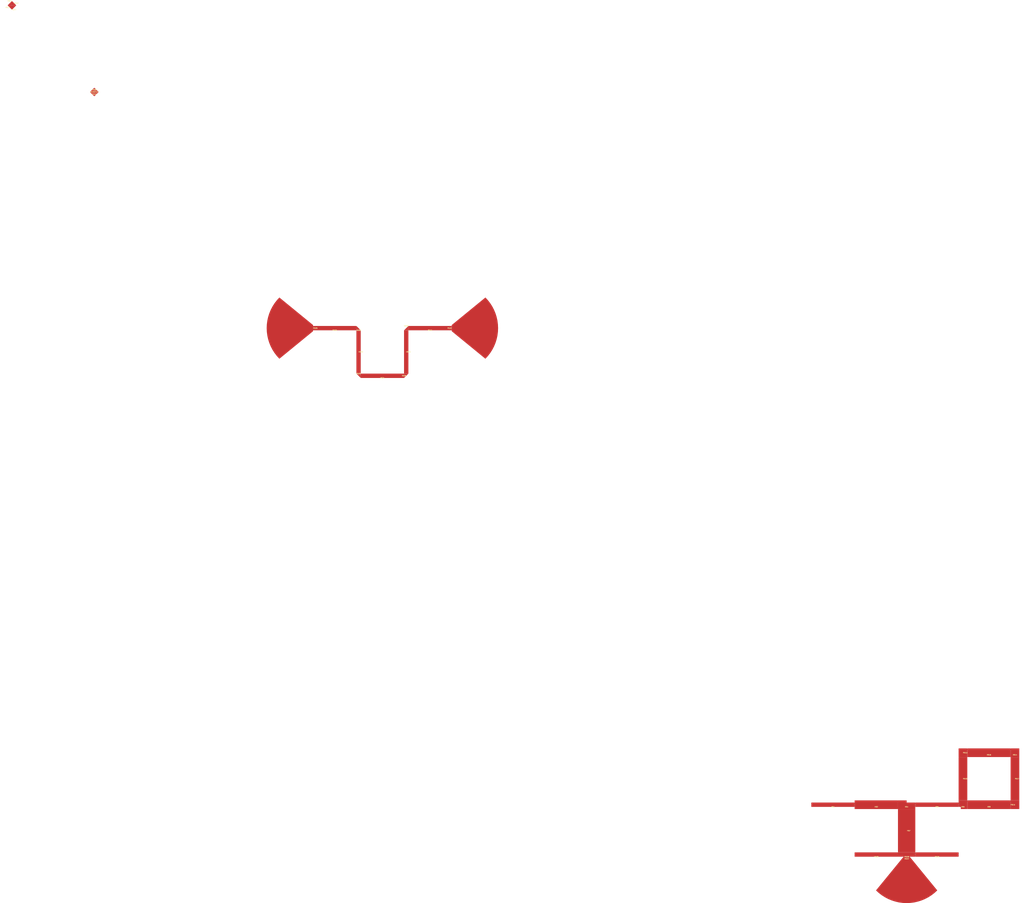
<source format=kicad_pcb>
(kicad_pcb (version 20171130) (host pcbnew 5.0.1-33cea8e~67~ubuntu18.04.1)

  (general
    (thickness 1.6)
    (drawings 0)
    (tracks 0)
    (zones 0)
    (modules 0)
    (nets 1)
  )

  (page A4)
  (layers
    (0 F.Cu signal)
    (31 B.Cu signal)
    (32 B.Adhes user)
    (33 F.Adhes user)
    (34 B.Paste user)
    (35 F.Paste user)
    (36 B.SilkS user)
    (37 F.SilkS user)
    (38 B.Mask user)
    (39 F.Mask user)
    (40 Dwgs.User user)
    (41 Cmts.User user)
    (42 Eco1.User user)
    (43 Eco2.User user)
    (44 Edge.Cuts user)
    (45 Margin user)
    (46 B.CrtYd user)
    (47 F.CrtYd user)
    (48 B.Fab user)
    (49 F.Fab user)
  )

  (setup
    (last_trace_width 0.25)
    (trace_clearance 0.2)
    (zone_clearance 0.508)
    (zone_45_only no)
    (trace_min 0.2)
    (segment_width 0.2)
    (edge_width 0.15)
    (via_size 0.8)
    (via_drill 0.4)
    (via_min_size 0.4)
    (via_min_drill 0.3)
    (uvia_size 0.3)
    (uvia_drill 0.1)
    (uvias_allowed no)
    (uvia_min_size 0.2)
    (uvia_min_drill 0.1)
    (pcb_text_width 0.3)
    (pcb_text_size 1.5 1.5)
    (mod_edge_width 0.15)
    (mod_text_size 1 1)
    (mod_text_width 0.15)
    (pad_size 1.524 1.524)
    (pad_drill 0.762)
    (pad_to_mask_clearance 0.051)
    (solder_mask_min_width 0.25)
    (aux_axis_origin 0 0)
    (visible_elements FFFFFF7F)
    (pcbplotparams
      (layerselection 0x010fc_ffffffff)
      (usegerberextensions false)
      (usegerberattributes false)
      (usegerberadvancedattributes false)
      (creategerberjobfile false)
      (excludeedgelayer true)
      (linewidth 0.150000)
      (plotframeref false)
      (viasonmask false)
      (mode 1)
      (useauxorigin false)
      (hpglpennumber 1)
      (hpglpenspeed 20)
      (hpglpendiameter 15.000000)
      (psnegative false)
      (psa4output false)
      (plotreference true)
      (plotvalue true)
      (plotinvisibletext false)
      (padsonsilk false)
      (subtractmaskfromsilk false)
      (outputformat 1)
      (mirror false)
      (drillshape 1)
      (scaleselection 1)
      (outputdirectory ""))
  )

  (net 0 "")

  (net_class Default "This is the default net class."
    (clearance 0.2)
    (trace_width 0.25)
    (via_dia 0.8)
    (via_drill 0.4)
    (uvia_dia 0.3)
    (uvia_drill 0.1)
  )

  (module MLIN (layer F.Cu) (tedit 0) (tstamp 0)
    (at 5 0 0)
    (fp_text reference MS1 (at 0 0.5) (layer F.SilkS)
      (effects (font (size 0.25 0.25) (thickness 0.05)))
    )
    (fp_text value micostrip_line (at 0 -0.5) (layer F.Fab)
      (effects (font (size 0.25 0.25) (thickness 0.05)))
    )
    (pad "" smd rect (at 0 0 0) (size 10 1) (layers F.Cu))
  )

  (module MLIN (layer F.Cu) (tedit 0) (tstamp 0)
    (at 15 0 0)
    (fp_text reference MS2 (at 0 0.5) (layer F.SilkS)
      (effects (font (size 0.25 0.25) (thickness 0.05)))
    )
    (fp_text value micostrip_line (at 0 -0.5) (layer F.Fab)
      (effects (font (size 0.25 0.25) (thickness 0.05)))
    )
    (pad "" smd rect (at 0 0 0) (size 10 2) (layers F.Cu))
  )

  (module MLIN (layer F.Cu) (tedit 0) (tstamp 0)
    (at 22 6 90)
    (fp_text reference MS7 (at 0 0.5) (layer F.SilkS)
      (effects (font (size 0.25 0.25) (thickness 0.05)))
    )
    (fp_text value micostrip_line (at 0 -0.5) (layer F.Fab)
      (effects (font (size 0.25 0.25) (thickness 0.05)))
    )
    (pad "" smd rect (at 0 0 90) (size 10 4) (layers F.Cu))
  )

  (module MLIN (layer F.Cu) (tedit 0) (tstamp 0)
    (at 29 0 0)
    (fp_text reference MS6 (at 0 0.5) (layer F.SilkS)
      (effects (font (size 0.25 0.25) (thickness 0.05)))
    )
    (fp_text value micostrip_line (at 0 -0.5) (layer F.Fab)
      (effects (font (size 0.25 0.25) (thickness 0.05)))
    )
    (pad "" smd rect (at 0 0 0) (size 10 1) (layers F.Cu))
  )

  (module MLIN (layer F.Cu) (tedit 0) (tstamp 0)
    (at 35 -6 90)
    (fp_text reference MS10 (at 0 0.5) (layer F.SilkS)
      (effects (font (size 0.25 0.25) (thickness 0.05)))
    )
    (fp_text value micostrip_line (at 0 -0.5) (layer F.Fab)
      (effects (font (size 0.25 0.25) (thickness 0.05)))
    )
    (pad "" smd rect (at 0 0 90) (size 10 2) (layers F.Cu))
  )

  (module MLIN (layer F.Cu) (tedit 0) (tstamp 0)
    (at 41 -5.42101e-20 0)
    (fp_text reference MS9 (at 0 0.5) (layer F.SilkS)
      (effects (font (size 0.25 0.25) (thickness 0.05)))
    )
    (fp_text value micostrip_line (at 0 -0.5) (layer F.Fab)
      (effects (font (size 0.25 0.25) (thickness 0.05)))
    )
    (pad "" smd rect (at 0 0 0) (size 10 2) (layers F.Cu))
  )

  (module MCORN (layer F.Cu) (tedit 0) (tstamp 0)
    (at 35 -12 90)
    (fp_text reference MS13 (at 0 0.5) (layer F.SilkS)
      (effects (font (size 0.25 0.25) (thickness 0.05)))
    )
    (fp_text value micostrip_corner (at 0 -0.5) (layer F.Fab)
      (effects (font (size 0.25 0.25) (thickness 0.05)))
    )
    (pad "" smd rect (at 0 0 90) (size 2 2) (layers F.Cu))
  )

  (module MCORN (layer F.Cu) (tedit 0) (tstamp 0)
    (at 47 -5.42101e-20 270)
    (fp_text reference MS15 (at 0 0.5) (layer F.SilkS)
      (effects (font (size 0.25 0.25) (thickness 0.05)))
    )
    (fp_text value micostrip_corner (at 0 -0.5) (layer F.Fab)
      (effects (font (size 0.25 0.25) (thickness 0.05)))
    )
    (pad "" smd rect (at 0 0 270) (size 2 2) (layers F.Cu))
  )

  (module MCORN (layer F.Cu) (tedit 0) (tstamp 0)
    (at 47 -12 0)
    (fp_text reference MS14 (at 0 0.5) (layer F.SilkS)
      (effects (font (size 0.25 0.25) (thickness 0.05)))
    )
    (fp_text value micostrip_corner (at 0 -0.5) (layer F.Fab)
      (effects (font (size 0.25 0.25) (thickness 0.05)))
    )
    (pad "" smd rect (at 0 0 0) (size 2 2) (layers F.Cu))
  )

  (module MLIN (layer F.Cu) (tedit 0) (tstamp 0)
    (at 41 -12 0)
    (fp_text reference MS16 (at 0 0.5) (layer F.SilkS)
      (effects (font (size 0.25 0.25) (thickness 0.05)))
    )
    (fp_text value micostrip_line (at 0 -0.5) (layer F.Fab)
      (effects (font (size 0.25 0.25) (thickness 0.05)))
    )
    (pad "" smd rect (at 0 0 0) (size 10 2) (layers F.Cu))
  )

  (module MLIN (layer F.Cu) (tedit 0) (tstamp 0)
    (at 47 -6 90)
    (fp_text reference MS17 (at 0 0.5) (layer F.SilkS)
      (effects (font (size 0.25 0.25) (thickness 0.05)))
    )
    (fp_text value micostrip_line (at 0 -0.5) (layer F.Fab)
      (effects (font (size 0.25 0.25) (thickness 0.05)))
    )
    (pad "" smd rect (at 0 0 90) (size 10 2) (layers F.Cu))
  )

  (module MTEE (layer F.Cu) (tedit 0) (tstamp 0)
    (at 22 0 0)
    (fp_text reference MS4 (at 0 0.5) (layer F.SilkS)
      (effects (font (size 0.25 0.25) (thickness 0.05)))
    )
    (fp_text value micostrip_tee (at 0 -0.5 360) (layer F.Fab)
      (effects (font (size 0.25 0.25) (thickness 0.05)))
    )
    (fp_poly (pts (xy -2 -1) (xy 0 -1) (xy 0 -0.5) (xy 2 -0.5)
      (xy 2 1) (xy -2 1)) (layer F.Cu) (width 0))
  )

  (module MCROSS (layer F.Cu) (tedit 0) (tstamp 0)
    (at 35 0 0)
    (fp_text reference MS5 (at 0 0.5) (layer F.SilkS)
      (effects (font (size 0.25 0.25) (thickness 0.05)))
    )
    (fp_text value micostrip_cross (at 0 -0.5 360) (layer F.Fab)
      (effects (font (size 0.25 0.25) (thickness 0.05)))
    )
    (fp_poly (pts (xy -1 0.5) (xy -1 -0.5)
      (xy -1 -1) (xy 1 -1)
      (xy 1 -1) (xy 1 1)
      (xy 0.5 1) (xy -0.5 1)
      (xy -0.5 0.5)
      ) (layer F.Cu) (width 0))
  )

  (module MCROSS (layer F.Cu) (tedit 0) (tstamp 0)
    (at 22 11.5 0)
    (fp_text reference MS18 (at 0 0.5) (layer F.SilkS)
      (effects (font (size 0.25 0.25) (thickness 0.05)))
    )
    (fp_text value micostrip_cross (at 0 -0.5 360) (layer F.Fab)
      (effects (font (size 0.25 0.25) (thickness 0.05)))
    )
    (fp_poly (pts (xy -2 0.5) (xy -2 -0.5)
      (xy -2 -0.5) (xy 2 -0.5)
      (xy 2 -0.5) (xy 2 0.5)
      (xy 1 0.5)
      (xy 1 0.5) (xy -1 0.5)
      (xy -1 0.5)
      ) (layer F.Cu) (width 0))
  )

  (module MRSTUB (layer F.Cu) (tedit 0) (tstamp 0)
    (at 22 12 0)
    (fp_text reference MS22 (at 0 0.5) (layer F.SilkS)
      (effects (font (size 0.25 0.25) (thickness 0.05)))
    )
    (fp_text value micostrip_radial_stub (at 0 -0.5 360) (layer F.Fab)
      (effects (font (size 0.25 0.25) (thickness 0.05)))
    )
    (fp_poly (pts (xy 0.707107 0) (xy -0.707107 0)
      (xy -7.07107 7.77817)
      (xy -7.07107 7.77817)
      (xy -6.42788 8.36755)
      (xy -5.73576 8.89863)
      (xy -5 9.36736)
      (xy -4.22618 9.77018)
      (xy -3.4202 10.104)
      (xy -2.58819 10.3664)
      (xy -1.73648 10.5552)
      (xy -0.871557 10.6691)
      (xy 0 10.7071)
      (xy 0.871557 10.6691)
      (xy 1.73648 10.5552)
      (xy 2.58819 10.3664)
      (xy 3.4202 10.104)
      (xy 4.22618 9.77018)
      (xy 5 9.36736)
      (xy 5.73576 8.89863)
      (xy 6.42788 8.36755)
      (xy 7.07107 7.77817)
      (xy 7.07107 7.77817)) (layer F.Cu) (width 0))
  )

  (module MLIN (layer F.Cu) (tedit 0) (tstamp 0)
    (at 29 11.5 0)
    (fp_text reference MS19 (at 0 0.5) (layer F.SilkS)
      (effects (font (size 0.25 0.25) (thickness 0.05)))
    )
    (fp_text value micostrip_line (at 0 -0.5) (layer F.Fab)
      (effects (font (size 0.25 0.25) (thickness 0.05)))
    )
    (pad "" smd rect (at 0 0 0) (size 10 1) (layers F.Cu))
  )

  (module MLIN (layer F.Cu) (tedit 0) (tstamp 0)
    (at 15 11.5 0)
    (fp_text reference MS20 (at 0 0.5) (layer F.SilkS)
      (effects (font (size 0.25 0.25) (thickness 0.05)))
    )
    (fp_text value micostrip_line (at 0 -0.5) (layer F.Fab)
      (effects (font (size 0.25 0.25) (thickness 0.05)))
    )
    (pad "" smd rect (at 0 0 0) (size 10 1) (layers F.Cu))
  )

  (module MLIN (layer F.Cu) (tedit 0) (tstamp 0)
    (at -110 -110 0)
    (fp_text reference MS25 (at 0 0.5) (layer F.SilkS)
      (effects (font (size 0.25 0.25) (thickness 0.05)))
    )
    (fp_text value micostrip_line (at 0 -0.5) (layer F.Fab)
      (effects (font (size 0.25 0.25) (thickness 0.05)))
    )
    (pad "" smd rect (at 0 0 0) (size 10 1) (layers F.Cu))
  )

  (module MRSTUB (layer F.Cu) (tedit 0) (tstamp 0)
    (at -115 -110 90)
    (fp_text reference MS26 (at 0 0.5) (layer F.SilkS)
      (effects (font (size 0.25 0.25) (thickness 0.05)))
    )
    (fp_text value micostrip_radial_stub (at 0 -0.5 360) (layer F.Fab)
      (effects (font (size 0.25 0.25) (thickness 0.05)))
    )
    (fp_poly (pts (xy 0.707107 0) (xy -0.707107 0)
      (xy -7.07107 -7.77817)
      (xy -7.07107 -7.77817)
      (xy -6.42788 -8.36755)
      (xy -5.73576 -8.89863)
      (xy -5 -9.36736)
      (xy -4.22618 -9.77018)
      (xy -3.4202 -10.104)
      (xy -2.58819 -10.3664)
      (xy -1.73648 -10.5552)
      (xy -0.871557 -10.6691)
      (xy 0 -10.7071)
      (xy 0.871557 -10.6691)
      (xy 1.73648 -10.5552)
      (xy 2.58819 -10.3664)
      (xy 3.4202 -10.104)
      (xy 4.22618 -9.77018)
      (xy 5 -9.36736)
      (xy 5.73576 -8.89863)
      (xy 6.42788 -8.36755)
      (xy 7.07107 -7.77817)
      (xy 7.07107 -7.77817)) (layer F.Cu) (width 0))
  )

  (module MMBEND (layer F.Cu) (tedit 0) (tstamp 0)
    (at -104.5 -110 0)
    (fp_text reference MS28 (at 0 0.5) (layer F.SilkS)
      (effects (font (size 0.25 0.25) (thickness 0.05)))
    )
    (fp_text value micostrip_mitered_bend (at 0 -0.5 360) (layer F.Fab)
      (effects (font (size 0.25 0.25) (thickness 0.05)))
    )
    (fp_poly (pts (xy 0.5 0.5) (xy -0.5 -0.5)
      (xy -0.5 0.5)) (layer F.Cu) (width 0))
  )

  (module MMBEND (layer F.Cu) (tedit 0) (tstamp 0)
    (at -104.5 -99 180)
    (fp_text reference MS29 (at 0 0.5) (layer F.SilkS)
      (effects (font (size 0.25 0.25) (thickness 0.05)))
    )
    (fp_text value micostrip_mitered_bend (at 0 -0.5 360) (layer F.Fab)
      (effects (font (size 0.25 0.25) (thickness 0.05)))
    )
    (fp_poly (pts (xy 0.5 0.5) (xy -0.5 -0.5)
      (xy -0.5 0.5)) (layer F.Cu) (width 0))
  )

  (module MLIN (layer F.Cu) (tedit 0) (tstamp 0)
    (at -99 -99 0)
    (fp_text reference MS24 (at 0 0.5) (layer F.SilkS)
      (effects (font (size 0.25 0.25) (thickness 0.05)))
    )
    (fp_text value micostrip_line (at 0 -0.5) (layer F.Fab)
      (effects (font (size 0.25 0.25) (thickness 0.05)))
    )
    (pad "" smd rect (at 0 0 0) (size 10 1) (layers F.Cu))
  )

  (module MLIN (layer F.Cu) (tedit 0) (tstamp 0)
    (at -104.5 -104.5 90)
    (fp_text reference MS23 (at 0 0.5) (layer F.SilkS)
      (effects (font (size 0.25 0.25) (thickness 0.05)))
    )
    (fp_text value micostrip_line (at 0 -0.5) (layer F.Fab)
      (effects (font (size 0.25 0.25) (thickness 0.05)))
    )
    (pad "" smd rect (at 0 0 90) (size 10 1) (layers F.Cu))
  )

  (module MMBEND (layer F.Cu) (tedit 0) (tstamp 0)
    (at -93.5 -99 270)
    (fp_text reference MS35 (at 0 0.5) (layer F.SilkS)
      (effects (font (size 0.25 0.25) (thickness 0.05)))
    )
    (fp_text value micostrip_mitered_bend (at 0 -0.5 360) (layer F.Fab)
      (effects (font (size 0.25 0.25) (thickness 0.05)))
    )
    (fp_poly (pts (xy 0.5 0.5) (xy -0.5 -0.5)
      (xy -0.5 0.5)) (layer F.Cu) (width 0))
  )

  (module MLIN (layer F.Cu) (tedit 0) (tstamp 0)
    (at -93.5 -104.5 90)
    (fp_text reference MS33 (at 0 0.5) (layer F.SilkS)
      (effects (font (size 0.25 0.25) (thickness 0.05)))
    )
    (fp_text value micostrip_line (at 0 -0.5) (layer F.Fab)
      (effects (font (size 0.25 0.25) (thickness 0.05)))
    )
    (pad "" smd rect (at 0 0 90) (size 10 1) (layers F.Cu))
  )

  (module MMBEND (layer F.Cu) (tedit 0) (tstamp 0)
    (at -93.5 -110 180)
    (fp_text reference MS36 (at 0 0.5) (layer F.SilkS)
      (effects (font (size 0.25 0.25) (thickness 0.05)))
    )
    (fp_text value micostrip_mitered_bend (at 0 -0.5 360) (layer F.Fab)
      (effects (font (size 0.25 0.25) (thickness 0.05)))
    )
    (fp_poly (pts (xy 0.5 -0.5) (xy -0.5 0.5)
      (xy -0.5 -0.5)) (layer F.Cu) (width 0))
  )

  (module MLIN (layer F.Cu) (tedit 0) (tstamp 0)
    (at -88 -110 0)
    (fp_text reference MS31 (at 0 0.5) (layer F.SilkS)
      (effects (font (size 0.25 0.25) (thickness 0.05)))
    )
    (fp_text value micostrip_line (at 0 -0.5) (layer F.Fab)
      (effects (font (size 0.25 0.25) (thickness 0.05)))
    )
    (pad "" smd rect (at 0 0 0) (size 10 1) (layers F.Cu))
  )

  (module MRSTUB (layer F.Cu) (tedit 0) (tstamp 0)
    (at -83 -110 270)
    (fp_text reference MS32 (at 0 0.5) (layer F.SilkS)
      (effects (font (size 0.25 0.25) (thickness 0.05)))
    )
    (fp_text value micostrip_radial_stub (at 0 -0.5 360) (layer F.Fab)
      (effects (font (size 0.25 0.25) (thickness 0.05)))
    )
    (fp_poly (pts (xy 0.707107 0) (xy -0.707107 0)
      (xy -7.07107 -7.77817)
      (xy -7.07107 -7.77817)
      (xy -6.42788 -8.36755)
      (xy -5.73576 -8.89863)
      (xy -5 -9.36736)
      (xy -4.22618 -9.77018)
      (xy -3.4202 -10.104)
      (xy -2.58819 -10.3664)
      (xy -1.73648 -10.5552)
      (xy -0.871557 -10.6691)
      (xy 0 -10.7071)
      (xy 0.871557 -10.6691)
      (xy 1.73648 -10.5552)
      (xy 2.58819 -10.3664)
      (xy 3.4202 -10.104)
      (xy 4.22618 -9.77018)
      (xy 5 -9.36736)
      (xy 5.73576 -8.89863)
      (xy 6.42788 -8.36755)
      (xy 7.07107 -7.77817)
      (xy 7.07107 -7.77817)) (layer F.Cu) (width 0))
  )

  (module MMBEND (layer F.Cu) (tedit 0) (tstamp 0)
    (at -165 -165 0)
    (fp_text reference MS37 (at 0 0.5) (layer F.SilkS)
      (effects (font (size 0.25 0.25) (thickness 0.05)))
    )
    (fp_text value micostrip_mitered_bend (at 0 -0.5 360) (layer F.Fab)
      (effects (font (size 0.25 0.25) (thickness 0.05)))
    )
    (fp_poly (pts (xy 0.5 0.5) (xy -0.5 -0.5)
      (xy -0.5 0.5)) (layer F.Cu) (width 0))
  )

  (module MMBEND (layer F.Cu) (tedit 0) (tstamp 0)
    (at -185 -185 180)
    (fp_text reference MS41 (at 0 0.5) (layer F.SilkS)
      (effects (font (size 0.25 0.25) (thickness 0.05)))
    )
    (fp_text value micostrip_mitered_bend (at 0 -0.5 360) (layer F.Fab)
      (effects (font (size 0.25 0.25) (thickness 0.05)))
    )
    (fp_poly (pts (xy 0.5 -0.5) (xy -0.5 0.5)
      (xy -0.5 -0.5)) (layer F.Cu) (width 0))
  )

  (module MMBEND (layer F.Cu) (tedit 0) (tstamp 0)
    (at -165 -164 270)
    (fp_text reference MS40 (at 0 0.5) (layer F.SilkS)
      (effects (font (size 0.25 0.25) (thickness 0.05)))
    )
    (fp_text value micostrip_mitered_bend (at 0 -0.5 360) (layer F.Fab)
      (effects (font (size 0.25 0.25) (thickness 0.05)))
    )
    (fp_poly (pts (xy 0.5 0.5) (xy -0.5 -0.5)
      (xy -0.5 0.5)) (layer F.Cu) (width 0))
  )

  (module MMBEND (layer F.Cu) (tedit 0) (tstamp 0)
    (at -166 -164 180)
    (fp_text reference MS39 (at 0 0.5) (layer F.SilkS)
      (effects (font (size 0.25 0.25) (thickness 0.05)))
    )
    (fp_text value micostrip_mitered_bend (at 0 -0.5 360) (layer F.Fab)
      (effects (font (size 0.25 0.25) (thickness 0.05)))
    )
    (fp_poly (pts (xy 0.5 0.5) (xy -0.5 -0.5)
      (xy -0.5 0.5)) (layer F.Cu) (width 0))
  )

  (module MMBEND (layer F.Cu) (tedit 0) (tstamp 0)
    (at -166 -165 90)
    (fp_text reference MS38 (at 0 0.5) (layer F.SilkS)
      (effects (font (size 0.25 0.25) (thickness 0.05)))
    )
    (fp_text value micostrip_mitered_bend (at 0 -0.5 360) (layer F.Fab)
      (effects (font (size 0.25 0.25) (thickness 0.05)))
    )
    (fp_poly (pts (xy 0.5 0.5) (xy -0.5 -0.5)
      (xy -0.5 0.5)) (layer F.Cu) (width 0))
  )

  (module MMBEND (layer F.Cu) (tedit 0) (tstamp 0)
    (at -184 -185 90)
    (fp_text reference MS42 (at 0 0.5) (layer F.SilkS)
      (effects (font (size 0.25 0.25) (thickness 0.05)))
    )
    (fp_text value micostrip_mitered_bend (at 0 -0.5 360) (layer F.Fab)
      (effects (font (size 0.25 0.25) (thickness 0.05)))
    )
    (fp_poly (pts (xy 0.5 -0.5) (xy -0.5 0.5)
      (xy -0.5 -0.5)) (layer F.Cu) (width 0))
  )

  (module MMBEND (layer F.Cu) (tedit 0) (tstamp 0)
    (at -185 -184 270)
    (fp_text reference MS43 (at 0 0.5) (layer F.SilkS)
      (effects (font (size 0.25 0.25) (thickness 0.05)))
    )
    (fp_text value micostrip_mitered_bend (at 0 -0.5 360) (layer F.Fab)
      (effects (font (size 0.25 0.25) (thickness 0.05)))
    )
    (fp_poly (pts (xy 0.5 -0.5) (xy -0.5 0.5)
      (xy -0.5 -0.5)) (layer F.Cu) (width 0))
  )

  (module MMBEND (layer F.Cu) (tedit 0) (tstamp 0)
    (at -184 -184 0)
    (fp_text reference MS44 (at 0 0.5) (layer F.SilkS)
      (effects (font (size 0.25 0.25) (thickness 0.05)))
    )
    (fp_text value micostrip_mitered_bend (at 0 -0.5 360) (layer F.Fab)
      (effects (font (size 0.25 0.25) (thickness 0.05)))
    )
    (fp_poly (pts (xy 0.5 -0.5) (xy -0.5 0.5)
      (xy -0.5 -0.5)) (layer F.Cu) (width 0))
  )

)

</source>
